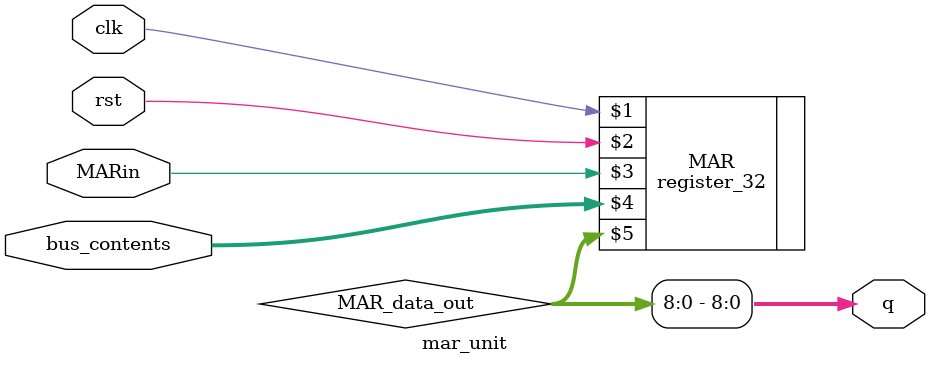
<source format=v>
`timescale 1ns / 1ps

module mar_unit(
	input wire clk, 
	input wire rst,
	input wire MARin,
	input wire [31:0] bus_contents,
	output [8:0] q
);
		
	wire [31:0] MAR_data_out;
	
	register_32 MAR(clk, rst, MARin, bus_contents, MAR_data_out);
	
	assign q = MAR_data_out[8:0];
	
endmodule

</source>
